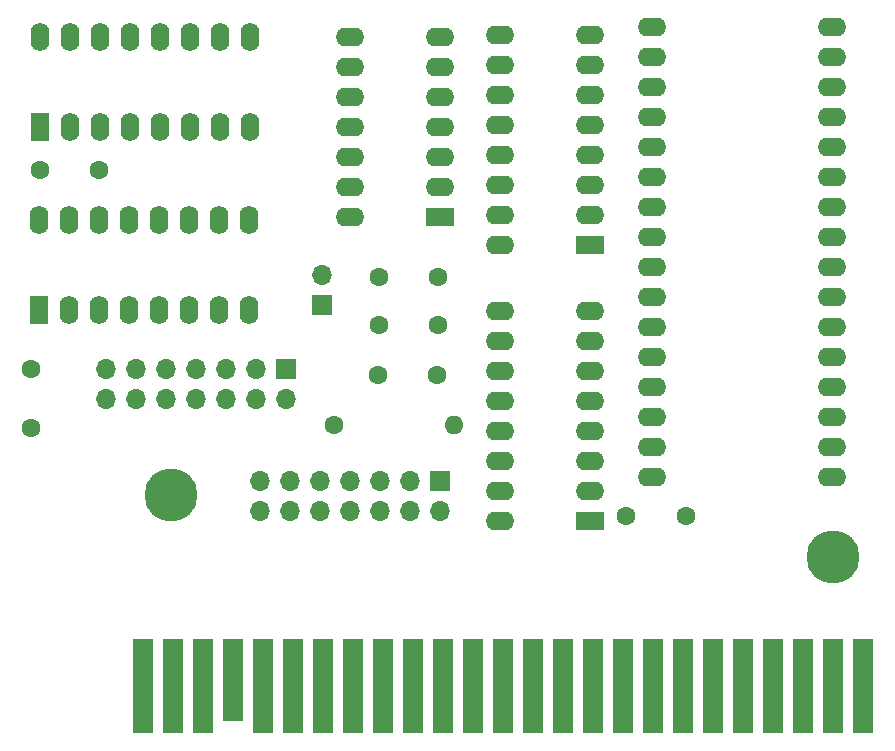
<source format=gbr>
%TF.GenerationSoftware,KiCad,Pcbnew,(6.0.2-0)*%
%TF.CreationDate,2022-04-21T10:57:24-07:00*%
%TF.ProjectId,megarom,6d656761-726f-46d2-9e6b-696361645f70,rev?*%
%TF.SameCoordinates,Original*%
%TF.FileFunction,Soldermask,Top*%
%TF.FilePolarity,Negative*%
%FSLAX46Y46*%
G04 Gerber Fmt 4.6, Leading zero omitted, Abs format (unit mm)*
G04 Created by KiCad (PCBNEW (6.0.2-0)) date 2022-04-21 10:57:24*
%MOMM*%
%LPD*%
G01*
G04 APERTURE LIST*
%ADD10O,2.400000X1.600000*%
%ADD11R,1.600000X2.400000*%
%ADD12O,1.600000X2.400000*%
%ADD13C,1.600000*%
%ADD14R,2.400000X1.600000*%
%ADD15O,1.600000X1.600000*%
%ADD16R,1.700000X1.700000*%
%ADD17O,1.700000X1.700000*%
%ADD18R,1.800000X8.000000*%
%ADD19R,1.800000X7.000000*%
%ADD20C,4.500000*%
G04 APERTURE END LIST*
D10*
%TO.C,U4*%
X149890800Y-100736400D03*
X149890800Y-98196400D03*
X149890800Y-95656400D03*
X149890800Y-93116400D03*
X149890800Y-90576400D03*
X149890800Y-88036400D03*
X149890800Y-85496400D03*
X149890800Y-82956400D03*
X149890800Y-80416400D03*
X149890800Y-77876400D03*
X149890800Y-75336400D03*
X149890800Y-72796400D03*
X149890800Y-70256400D03*
X149890800Y-67716400D03*
X149890800Y-65176400D03*
X149890800Y-62636400D03*
X165130800Y-62636400D03*
X165130800Y-65176400D03*
X165130800Y-67716400D03*
X165130800Y-70256400D03*
X165130800Y-72796400D03*
X165130800Y-75336400D03*
X165130800Y-77876400D03*
X165130800Y-80416400D03*
X165130800Y-82956400D03*
X165130800Y-85496400D03*
X165130800Y-88036400D03*
X165130800Y-90576400D03*
X165130800Y-93116400D03*
X165130800Y-95656400D03*
X165130800Y-98196400D03*
X165130800Y-100736400D03*
%TD*%
D11*
%TO.C,U2*%
X98008200Y-86578200D03*
D12*
X100548200Y-86578200D03*
X103088200Y-86578200D03*
X105628200Y-86578200D03*
X108168200Y-86578200D03*
X110708200Y-86578200D03*
X113248200Y-86578200D03*
X115788200Y-86578200D03*
X115788200Y-78958200D03*
X113248200Y-78958200D03*
X110708200Y-78958200D03*
X108168200Y-78958200D03*
X105628200Y-78958200D03*
X103088200Y-78958200D03*
X100548200Y-78958200D03*
X98008200Y-78958200D03*
%TD*%
D13*
%TO.C,C6*%
X131684400Y-92100400D03*
X126684400Y-92100400D03*
%TD*%
%TO.C,C5*%
X131775200Y-87833200D03*
X126775200Y-87833200D03*
%TD*%
D14*
%TO.C,U6*%
X144627600Y-104444800D03*
D10*
X144627600Y-101904800D03*
X144627600Y-99364800D03*
X144627600Y-96824800D03*
X144627600Y-94284800D03*
X144627600Y-91744800D03*
X144627600Y-89204800D03*
X144627600Y-86664800D03*
X137007600Y-86664800D03*
X137007600Y-89204800D03*
X137007600Y-91744800D03*
X137007600Y-94284800D03*
X137007600Y-96824800D03*
X137007600Y-99364800D03*
X137007600Y-101904800D03*
X137007600Y-104444800D03*
%TD*%
D14*
%TO.C,U5*%
X144627600Y-81127600D03*
D10*
X144627600Y-78587600D03*
X144627600Y-76047600D03*
X144627600Y-73507600D03*
X144627600Y-70967600D03*
X144627600Y-68427600D03*
X144627600Y-65887600D03*
X144627600Y-63347600D03*
X137007600Y-63347600D03*
X137007600Y-65887600D03*
X137007600Y-68427600D03*
X137007600Y-70967600D03*
X137007600Y-73507600D03*
X137007600Y-76047600D03*
X137007600Y-78587600D03*
X137007600Y-81127600D03*
%TD*%
D13*
%TO.C,R1*%
X122936000Y-96316800D03*
D15*
X133096000Y-96316800D03*
%TD*%
D16*
%TO.C,P8*%
X121920000Y-86156800D03*
D17*
X121920000Y-83616800D03*
%TD*%
D16*
%TO.C,P7*%
X118922800Y-91592400D03*
D17*
X118922800Y-94132400D03*
X116382800Y-91592400D03*
X116382800Y-94132400D03*
X113842800Y-91592400D03*
X113842800Y-94132400D03*
X111302800Y-91592400D03*
X111302800Y-94132400D03*
X108762800Y-91592400D03*
X108762800Y-94132400D03*
X106222800Y-91592400D03*
X106222800Y-94132400D03*
X103682800Y-91592400D03*
X103682800Y-94132400D03*
%TD*%
D14*
%TO.C,U1*%
X131891800Y-78694200D03*
D10*
X131891800Y-76154200D03*
X131891800Y-73614200D03*
X131891800Y-71074200D03*
X131891800Y-68534200D03*
X131891800Y-65994200D03*
X131891800Y-63454200D03*
X124271800Y-63454200D03*
X124271800Y-65994200D03*
X124271800Y-68534200D03*
X124271800Y-71074200D03*
X124271800Y-73614200D03*
X124271800Y-76154200D03*
X124271800Y-78694200D03*
%TD*%
D13*
%TO.C,C4*%
X98084000Y-74726800D03*
X103084000Y-74726800D03*
%TD*%
D11*
%TO.C,U3*%
X98059000Y-71135000D03*
D12*
X100599000Y-71135000D03*
X103139000Y-71135000D03*
X105679000Y-71135000D03*
X108219000Y-71135000D03*
X110759000Y-71135000D03*
X113299000Y-71135000D03*
X115839000Y-71135000D03*
X115839000Y-63515000D03*
X113299000Y-63515000D03*
X110759000Y-63515000D03*
X108219000Y-63515000D03*
X105679000Y-63515000D03*
X103139000Y-63515000D03*
X100599000Y-63515000D03*
X98059000Y-63515000D03*
%TD*%
D18*
%TO.C,P1*%
X106822240Y-118412640D03*
X109362240Y-118412640D03*
X111902240Y-118412640D03*
D19*
X114437160Y-117919880D03*
D18*
X116982240Y-118412640D03*
X119522240Y-118412640D03*
X122062240Y-118412640D03*
X124602240Y-118412640D03*
X127142240Y-118412640D03*
X129682240Y-118412640D03*
X132222240Y-118412640D03*
X134762240Y-118412640D03*
X137302240Y-118412640D03*
X139842240Y-118412640D03*
X142382240Y-118412640D03*
X144922240Y-118412640D03*
X147462240Y-118412640D03*
X150002240Y-118412640D03*
X152542240Y-118412640D03*
X155082240Y-118412640D03*
X157622240Y-118412640D03*
X160162240Y-118412640D03*
X162702240Y-118412640D03*
X165242240Y-118412640D03*
X167782240Y-118412640D03*
D20*
X109166660Y-102280720D03*
X165166040Y-107482640D03*
%TD*%
D13*
%TO.C,C2*%
X97282000Y-91581600D03*
X97282000Y-96581600D03*
%TD*%
%TO.C,C1*%
X126786000Y-83820000D03*
X131786000Y-83820000D03*
%TD*%
D16*
%TO.C,P2*%
X131927600Y-101041200D03*
D17*
X131927600Y-103581200D03*
X129387600Y-101041200D03*
X129387600Y-103581200D03*
X126847600Y-101041200D03*
X126847600Y-103581200D03*
X124307600Y-101041200D03*
X124307600Y-103581200D03*
X121767600Y-101041200D03*
X121767600Y-103581200D03*
X119227600Y-101041200D03*
X119227600Y-103581200D03*
X116687600Y-101041200D03*
X116687600Y-103581200D03*
%TD*%
D13*
%TO.C,C3*%
X147715600Y-104038400D03*
X152715600Y-104038400D03*
%TD*%
M02*

</source>
